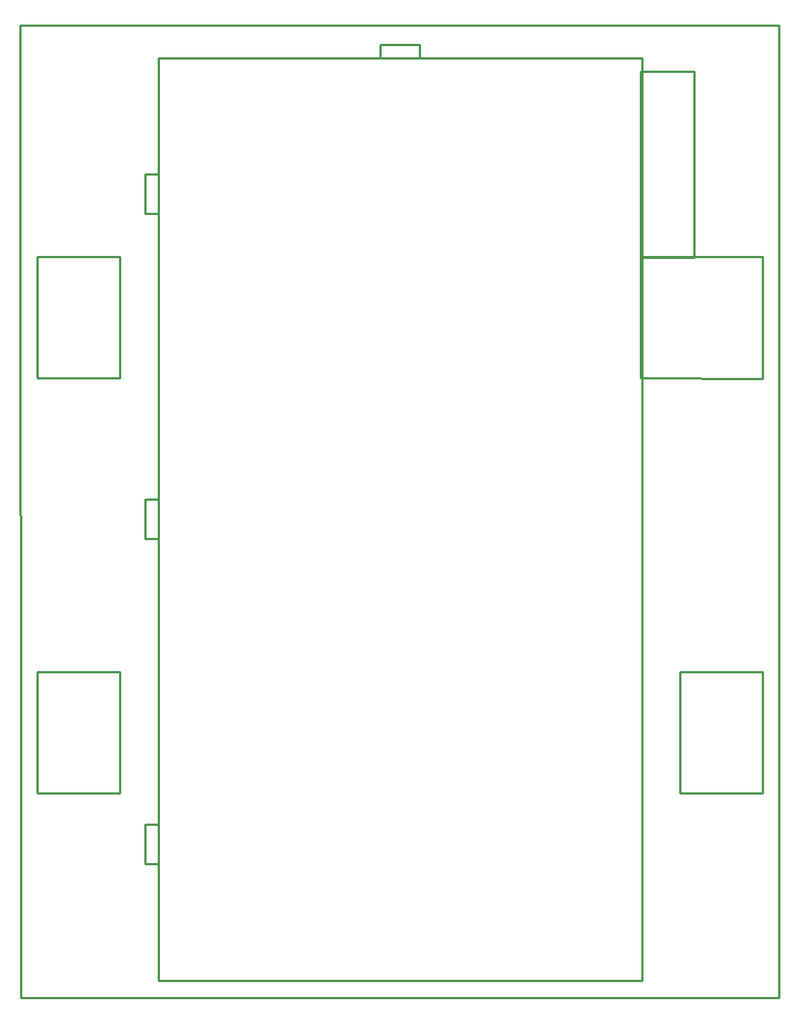
<source format=gko>
G04 Layer: BoardOutlineLayer*
G04 EasyEDA v6.5.34, 2023-08-21 18:11:39*
G04 c862416320f94afeacbf5464a4b7dd8e,5a6b42c53f6a479593ecc07194224c93,10*
G04 Gerber Generator version 0.2*
G04 Scale: 100 percent, Rotated: No, Reflected: No *
G04 Dimensions in millimeters *
G04 leading zeros omitted , absolute positions ,4 integer and 5 decimal *
%FSLAX45Y45*%
%MOMM*%

%ADD10C,0.2540*%
D10*
X254000Y11938000D02*
G01*
X8890000Y11938000D01*
X8890000Y876300D01*
X263525Y876300D01*
X254000Y11938000D01*
X7315200Y11417300D02*
G01*
X7315200Y9296400D01*
X7315200Y9296400D02*
G01*
X7924800Y9296400D01*
X7924800Y9296400D02*
G01*
X7924800Y11417300D01*
X7924800Y11417300D02*
G01*
X7315200Y11417300D01*
X1828800Y11569700D02*
G01*
X1828800Y1069720D01*
X1828800Y1069720D02*
G01*
X7328788Y1069720D01*
X7328788Y1069720D02*
G01*
X7328788Y11569700D01*
X7328788Y11569700D02*
G01*
X1828800Y11569700D01*
X444500Y9307296D02*
G01*
X444500Y7924800D01*
X444500Y7924800D02*
G01*
X1384300Y7924800D01*
X1384300Y7924800D02*
G01*
X1384300Y9307296D01*
X1384300Y9307296D02*
G01*
X444500Y9307296D01*
X7315200Y9309100D02*
G01*
X7315200Y7924800D01*
X7315200Y7924800D02*
G01*
X8703056Y7922539D01*
X8703056Y7922539D02*
G01*
X8703056Y9305036D01*
X8703056Y9305036D02*
G01*
X7315200Y9309100D01*
X444500Y4584700D02*
G01*
X444500Y3202203D01*
X444500Y3202203D02*
G01*
X1384300Y3202203D01*
X1384300Y3202203D02*
G01*
X1384300Y4584700D01*
X1384300Y4584700D02*
G01*
X444500Y4584700D01*
X7763230Y4585893D02*
G01*
X7763230Y3203397D01*
X7763230Y3203397D02*
G01*
X8703030Y3203397D01*
X8703030Y3203397D02*
G01*
X8703030Y4585893D01*
X8703030Y4585893D02*
G01*
X7763230Y4585893D01*
X4347001Y11720898D02*
G01*
X4347001Y11565897D01*
X4347001Y11565897D02*
G01*
X4797000Y11565897D01*
X4797000Y11565897D02*
G01*
X4797000Y11720898D01*
X4797000Y11720898D02*
G01*
X4347001Y11720898D01*
X1675102Y9796889D02*
G01*
X1830103Y9796889D01*
X1830103Y9796889D02*
G01*
X1830103Y10246888D01*
X1830103Y10246888D02*
G01*
X1675102Y10246888D01*
X1675102Y10246888D02*
G01*
X1675102Y9796889D01*
X1675102Y6096896D02*
G01*
X1830103Y6096896D01*
X1830103Y6096896D02*
G01*
X1830103Y6546895D01*
X1830103Y6546895D02*
G01*
X1675102Y6546895D01*
X1675102Y6546895D02*
G01*
X1675102Y6096896D01*
X1675102Y2396904D02*
G01*
X1830103Y2396904D01*
X1830103Y2396904D02*
G01*
X1830103Y2846903D01*
X1830103Y2846903D02*
G01*
X1675102Y2846903D01*
X1675102Y2846903D02*
G01*
X1675102Y2396904D01*

%LPD*%
M02*

</source>
